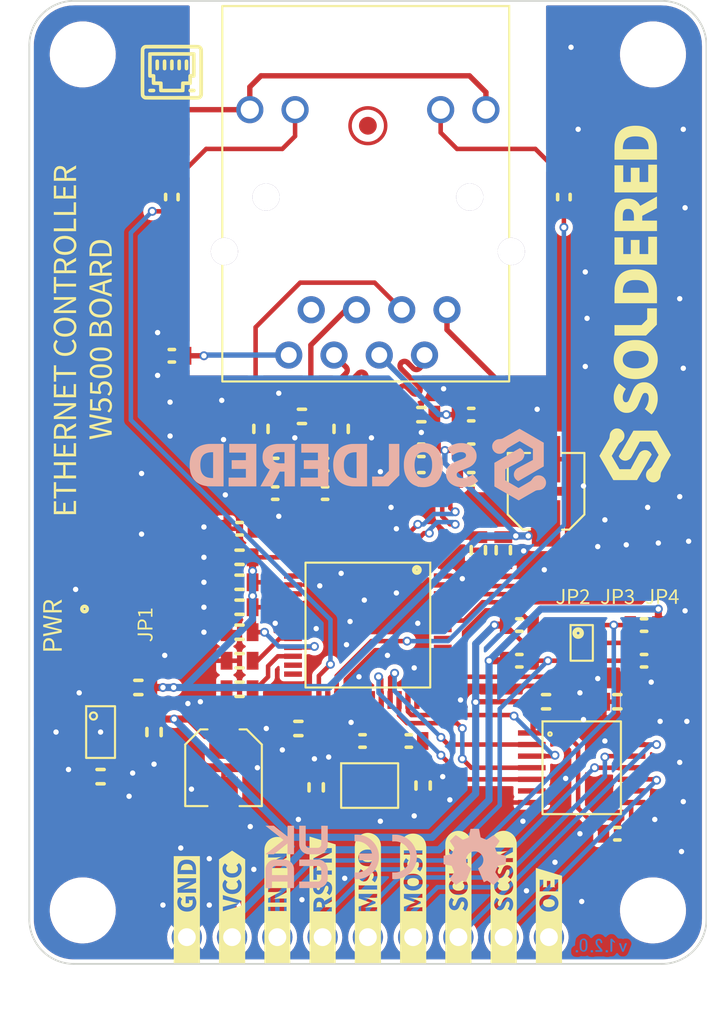
<source format=kicad_pcb>
(kicad_pcb (version 20211014) (generator pcbnew)
  (title_block (title "Ethernet controller W5500 board") (date "2023-03-16") (rev "v1.2.0.") (company "SOLDERED") (comment 1 "333039"))
  (layers (0 "F.Cu" signal) (31 "B.Cu" signal) (34 "B.Paste" user) (35 "F.Paste" user) (36 "B.SilkS" user "B.Silkscreen") (37 "F.SilkS" user "F.Silkscreen") (38 "B.Mask" user) (39 "F.Mask" user) (44 "Edge.Cuts" user))
  (net 0 "")
  (net 1 "3V3_A")
  (net 2 "GND")
  (net 3 "Net-(C7-Pad2)")
  (net 4 "Net-(C11-Pad2)")
  (net 5 "Net-(C12-Pad2)")
  (net 6 "Net-(C13-Pad2)")
  (net 7 "3V3")
  (net 8 "Net-(C16-Pad2)")
  (net 9 "Net-(C17-Pad2)")
  (net 10 "VCC")
  (net 11 "Net-(D1-Pad1)")
  (net 12 "Net-(JP1-Pad2)")
  (net 14 "CGND")
  (net 15 "Net-(K1-Pad10)")
  (net 16 "Net-(K1-Pad11)")
  (net 17 "RSTn_H")
  (net 18 "INTn_H")
  (net 19 "SCSn_H")
  (net 20 "SCLK_H")
  (net 21 "MISO_H")
  (net 22 "MOSI_H")
  (net 23 "Net-(R5-Pad2)")
  (net 24 "LINKLED")
  (net 25 "ACTLED")
  (net 26 "Net-(R14-Pad2)")
  (net 27 "SCSn_L")
  (net 28 "MISO_L")
  (net 29 "INTn_L")
  (net 30 "SCLK_L")
  (net 31 "MOSI_L")
  (net 32 "RSTn_L")
  (net 45 "PMODE2")
  (net 46 "PMODE1")
  (net 47 "PMODE0")
  (net 51 "TX-")
  (net 52 "TX+")
  (net 53 "RX-")
  (net 54 "RX+")
  (net 55 "/RXN")
  (net 56 "/RXP")
  (net 57 "/TXP")
  (net 58 "/TXN")
  (net 59 "Net-(C9-Pad2)")
  (net 60 "Net-(C10-Pad2)")
  (net 63 "OE")
  (footprint "e-radionica.com footprinti:0603R" (layer "F.Cu") (at 127.5 113)
    (fp_text reference "R22")
    (fp_text value "10k")
  )
  (footprint "e-radionica.com footprinti:SMD_JUMPER" (layer "F.Cu") (at 133 108.2 -90)
    (fp_text reference "JP3")
    (fp_text value "SMD_JUMPER")
  )
  (footprint "Soldered Graphics:Logo-Back-OSH-3.5mm" (layer "F.Cu") (at 125 124)
    (fp_text reference "G***" hide)
    (fp_text value "LOGO" hide)
  )
  (footprint "e-radionica.com footprinti:0603C" (layer "F.Cu") (at 111.8 107.2)
    (fp_text reference "C4")
    (fp_text value "100n")
  )
  (footprint "e-radionica.com footprinti:0603R" (layer "F.Cu") (at 122 101.2)
    (fp_text reference "R6")
    (fp_text value "49R9 1%")
  )
  (footprint "e-radionica.com footprinti:0603R" (layer "F.Cu") (at 108 95.9)
    (fp_text reference "R16")
    (fp_text value "0R")
  )
  (footprint "e-radionica.com footprinti:0603R" (layer "F.Cu") (at 127.5 111 180)
    (fp_text reference "R21")
    (fp_text value "10k")
  )
  (footprint "e-radionica.com footprinti:SMD_JUMPER" (layer "F.Cu") (at 130.5 108.2 -90)
    (fp_text reference "JP2")
    (fp_text value "SMD_JUMPER")
  )
  (footprint "e-radionica.com footprinti:HOLE_3.2mm" (layer "F.Cu") (at 103 127)
    (fp_text reference "H1" hide)
    (fp_text value "HOLE_3.2mm" hide)
  )
  (footprint "e-radionica.com footprinti:WIZnet W5500" (layer "F.Cu") (at 119 111 -90)
    (fp_text reference "U1")
    (fp_text value "W5500")
  )
  (footprint "Soldered Graphics:Logo-Front-SolderedFULL-20mm" (layer "F.Cu") (at 134 93 90)
    (fp_text reference "REF**" hide)
    (fp_text value "Logo-Front-SolderedFULL-20mm" hide)
  )
  (footprint "e-radionica.com footprinti:0603C" (layer "F.Cu") (at 117.5 100 -90)
    (fp_text reference "C9")
    (fp_text value "6n8")
  )
  (footprint "e-radionica.com footprinti:0603C" (layer "F.Cu") (at 111.8 113)
    (fp_text reference "C12")
    (fp_text value "4u7")
  )
  (footprint "e-radionica.com footprinti:0603C" (layer "F.Cu") (at 111.8 111.4)
    (fp_text reference "C8")
    (fp_text value "100n")
  )
  (footprint "Soldered Graphics:Logo-Back-CE-3.5mm" (layer "F.Cu") (at 120 124)
    (fp_text reference "REF**" hide)
    (fp_text value "Logo-Back-CE-3.5mm" hide)
  )
  (footprint "e-radionica.com footprinti:0603C" (layer "F.Cu") (at 104 119.5 180)
    (fp_text reference "C18")
    (fp_text value "2u2")
  )
  (footprint "e-radionica.com footprinti:ELECTROLITIC_CAP_4mm" (layer "F.Cu") (at 110.9 119 -90)
    (fp_text reference "C15")
    (fp_text value "EDK106M016A9BAA")
  )
  (footprint "kibuzzard-6412C67E" (layer "F.Cu") (at 106.5 111 90)
    (fp_text reference "kibuzzard-6412C67E" hide)
    (fp_text value "G***" hide)
  )
  (footprint "e-radionica.com footprinti:0603C" (layer "F.Cu") (at 126.6 106.8 90)
    (fp_text reference "C3")
    (fp_text value "100n")
  )
  (footprint "e-radionica.com footprinti:0603C" (layer "F.Cu") (at 111.8 110)
    (fp_text reference "C6")
    (fp_text value "100n")
  )
  (footprint "e-radionica.com footprinti:0603R" (layer "F.Cu") (at 124.8 99.2)
    (fp_text reference "R10")
    (fp_text value "10R 1%")
  )
  (footprint "e-radionica.com footprinti:HOLE_3.2mm" (layer "F.Cu") (at 103 79)
    (fp_text reference "H3" hide)
    (fp_text value "HOLE_3.2mm" hide)
  )
  (footprint "kibuzzard-6412C787" (layer "F.Cu") (at 116.46 126.45 90)
    (fp_text reference "kibuzzard-6412C787" hide)
    (fp_text value "G***" hide)
  )
  (footprint "e-radionica.com footprinti:TXB0104QPWRQ1" (layer "F.Cu") (at 131 119)
    (fp_text reference "U3")
    (fp_text value "TXB0104PWR")
  )
  (footprint "e-radionica.com footprinti:HOLE_3.2mm" (layer "F.Cu") (at 135 127)
    (fp_text reference "H2" hide)
    (fp_text value "HOLE_3.2mm" hide)
  )
  (footprint "e-radionica.com footprinti:0603R" (layer "F.Cu") (at 130 87 -90)
    (fp_text reference "R12")
    (fp_text value "330R")
  )
  (footprint "e-radionica.com footprinti:0603L" (layer "F.Cu") (at 106.1 114.5)
    (fp_text reference "FB1")
    (fp_text value "MMZ1608S601ATA00")
  )
  (footprint "e-radionica.com footprinti:SMD_JUMPER" (layer "F.Cu") (at 135.5 108.2 -90)
    (fp_text reference "JP4")
    (fp_text value "SMD_JUMPER")
  )
  (footprint "e-radionica.com footprinti:0603R" (layer "F.Cu") (at 118.7 117.5)
    (fp_text reference "R14")
    (fp_text value "1M")
  )
  (footprint "e-radionica.com footprinti:0603R" (layer "F.Cu") (at 108 87 -90)
    (fp_text reference "R11")
    (fp_text value "330R")
  )
  (footprint "e-radionica.com footprinti:0603R" (layer "F.Cu") (at 121.3 117.5 180)
    (fp_text reference "R15")
    (fp_text value "0R")
  )
  (footprint "e-radionica.com footprinti:0603C" (layer "F.Cu") (at 111.8 114.6)
    (fp_text reference "C13")
    (fp_text value "10n")
  )
  (footprint "e-radionica.com footprinti:SMD-JUMPER-CONNECTED_TRACE_SLODERMASK" (layer "F.Cu") (at 105.3 111 90)
    (fp_text reference "JP1")
    (fp_text value "SMD-JUMPER-CONNECTED_TRACE_SLODERMASK")
  )
  (footprint "e-radionica.com footprinti:0603C" (layer "F.Cu") (at 122.1 120 90)
    (fp_text reference "C17")
    (fp_text value "18p")
  )
  (footprint "e-radionica.com footprinti:0603C" (layer "F.Cu") (at 116.1 120.1 -90)
    (fp_text reference "C16")
    (fp_text value "18p")
  )
  (footprint "e-radionica.com footprinti:0603R" (layer "F.Cu") (at 116.6 103.6)
    (fp_text reference "R3")
    (fp_text value "33R")
  )
  (footprint "e-radionica.com footprinti:SOT-23-5" (layer "F.Cu") (at 104 117)
    (fp_text reference "U2")
    (fp_text value "SE5218")
  )
  (footprint "kibuzzard-6412C6D5" (layer "F.Cu") (at 130.5 109.4)
    (fp_text reference "kibuzzard-6412C6D5" hide)
    (fp_text value "G***" hide)
  )
  (footprint "Soldered Graphics:Symbol-Front-Ethernet" (layer "F.Cu") (at 108 80)
    (fp_text reference "G***" hide)
    (fp_text value "LOGO" hide)
  )
  (footprint "e-radionica.com footprinti:0603C" (layer "F.Cu") (at 107 117 90)
    (fp_text reference "C19")
    (fp_text value "2u2")
  )
  (footprint "kibuzzard-6412C635" (layer "F.Cu") (at 101.3 111 90)
    (fp_text reference "kibuzzard-6412C635" hide)
    (fp_text value "G***" hide)
  )
  (footprint "e-radionica.com footprinti:0402R" (layer "F.Cu") (at 103.8 111 -90)
    (fp_text reference "R13")
    (fp_text value "2k2")
  )
  (footprint "e-radionica.com footprinti:0603R" (layer "F.Cu") (at 113.8 103.6 180)
    (fp_text reference "R4")
    (fp_text value "33R")
  )
  (footprint "e-radionica.com footprinti:CRYSTAL_3225__4_PAD" (layer "F.Cu") (at 119.1 120)
    (fp_text reference "X1")
    (fp_text value "TSX-3225 25.0000MF10P-C3")
  )
  (footprint "e-radionica.com footprinti:0603C" (layer "F.Cu") (at 133 115.3 180)
    (fp_text reference "C21")
    (fp_text value "100n")
  )
  (footprint "e-radionica.com footprinti:ELECTROLITIC_CAP_4mm" (layer "F.Cu") (at 129 103.5 90)
    (fp_text reference "C1")
    (fp_text value "EDK106M016A9BAA")
  )
  (footprint "kibuzzard-6412C763" (layer "F.Cu") (at 111.38 126.84 90)
    (fp_text reference "kibuzzard-6412C763" hide)
    (fp_text value "G***" hide)
  )
  (footprint "Soldered Graphics:Logo-Back-UKCA-3.5mm" (layer "F.Cu") (at 115 124)
    (fp_text reference "REF**" hide)
    (fp_text value "Logo-Back-UKCA-3.5mm" hide)
  )
  (footprint "e-radionica.com footprinti:0603C" (layer "F.Cu") (at 113 100 -90)
    (fp_text reference "C10")
    (fp_text value "6n8")
  )
  (footprint "kibuzzard-6412C7B1" (layer "F.Cu") (at 121.54 126.36 90)
    (fp_text reference "kibuzzard-6412C7B1" hide)
    (fp_text value "G***" hide)
  )
  (footprint "e-radionica.com footprinti:0603R" (layer "F.Cu") (at 122 102.8 180)
    (fp_text reference "R1")
    (fp_text value "33R")
  )
  (footprint "e-radionica.com footprinti:0603R" (layer "F.Cu") (at 124.8 101.2 180)
    (fp_text reference "R8")
    (fp_text value "49R9 1%")
  )
  (footprint "e-radionica.com footprinti:0603C" (layer "F.Cu") (at 125.2 106.8 90)
    (fp_text reference "C2")
    (fp_text value "100n")
  )
  (footprint "e-radionica.com footprinti:0603R" (layer "F.Cu") (at 124.8 102.8)
    (fp_text reference "R2")
    (fp_text value "33R")
  )
  (footprint "e-radionica.com footprinti:0603R" (layer "F.Cu") (at 133 122.7)
    (fp_text reference "R17")
    (fp_text value "10k")
  )
  (footprint "e-radionica.com footprinti:0603R" (layer "F.Cu") (at 134.5 111)
    (fp_text reference "R27")
    (fp_text value "10k")
  )
  (footprint "e-radionica.com footprinti:0603R" (layer "F.Cu") (at 116.6 102)
    (fp_text reference "R9")
    (fp_text value "49R9 1%")
  )
  (footprint "kibuzzard-6412C5EF" (layer "F.Cu") (at 102 95 90)
    (fp_text reference "kibuzzard-6412C5EF" hide)
    (fp_text value "G***" hide)
  )
  (footprint "kibuzzard-6412C7D4" (layer "F.Cu") (at 124.08 126.28 90)
    (fp_text reference "kibuzzard-6412C7D4" hide)
    (fp_text value "G***" hide)
  )
  (footprint "Soldered Graphics:Logo-Back-SolderedFULL-20mm" (layer "F.Cu") (at 119 102)
    (fp_text reference "REF**" hide)
    (fp_text value "Logo-Front-SolderedFULL-20mm" hide)
  )
  (footprint "kibuzzard-6412C76F" (layer "F.Cu") (at 113.92 126.45 90)
    (fp_text reference "kibuzzard-6412C76F" hide)
    (fp_text value "G***" hide)
  )
  (footprint "kibuzzard-6412C805" (layer "F.Cu") (at 129.16 127.33 90)
    (fp_text reference "kibuzzard-6412C805" hide)
    (fp_text value "G***" hide)
  )
  (footprint "e-radionica.com footprinti:0603R" (layer "F.Cu") (at 113.8 102 180)
    (fp_text reference "R7")
    (fp_text value "49R9 1%")
  )
  (footprint "kibuzzard-6412C628" (layer "F.Cu") (at 104 95 90)
    (fp_text reference "kibuzzard-6412C628" hide)
    (fp_text value "G***" hide)
  )
  (footprint "e-radionica.com footprinti:HEADER_MALE_9X1" (layer "F.Cu") (at 119 128.5)
    (fp_text reference "K2")
    (fp_text value "HEADER_MALE_9X1")
  )
  (footprint "e-radionica.com footprinti:FIDUCIAL_23" (layer "F.Cu") (at 119 83)
    (fp_text reference "FD1")
    (fp_text value "FIDUCIAL")
  )
  (footprint "e-radionica.com footprinti:0603R" (layer "F.Cu") (at 111.8 105.6)
    (fp_text reference "R5")
    (fp_text value "12k4_1%")
  )
  (footprint "kibuzzard-6412C73A" (layer "F.Cu") (at 108.84 127 90)
    (fp_text reference "kibuzzard-6412C73A" hide)
    (fp_text value "G***" hide)
  )
  (footprint "e-radionica.com footprinti:0603C" (layer "F.Cu") (at 115.1 116.8)
    (fp_text reference "C14")
    (fp_text value "100n")
  )
  (footprint "kibuzzard-6412C7E6" (layer "F.Cu") (at 126.62 126.28 90)
    (fp_text reference "kibuzzard-6412C7E6" hide)
    (fp_text value "G***" hide)
  )
  (footprint "e-radionica.com footprinti:HR913550A" (layer "F.Cu") (at 119 87)
    (fp_text reference "K1")
    (fp_text value "HR_913550A")
  )
  (footprint "e-radionica.com footprinti:0402LED" (layer "F.Cu") (at 102.5 111 90)
    (fp_text reference "D1")
    (fp_text value "purple")
  )
  (footprint "e-radionica.com footprinti:SOT-363" (layer "F.Cu") (at 131 112)
    (fp_text reference "U5")
    (fp_text value "NMOS-DUAL")
  )
  (footprint "e-radionica.com footprinti:0603C" (layer "F.Cu") (at 129 115.3 180)
    (fp_text reference "C20")
    (fp_text value "100n")
  )
  (footprint "e-radionica.com footprinti:0603C" (layer "F.Cu") (at 111.8 108.6)
    (fp_text reference "C5")
    (fp_text value "100n")
  )
  (footprint "e-radionica.com footprinti:0603C" (layer "F.Cu") (at 115.3 99.3)
    (fp_text reference "C7")
    (fp_text value "10n")
  )
  (footprint "kibuzzard-6412C6F8" (layer "F.Cu") (at 133 109.4)
    (fp_text reference "kibuzzard-6412C6F8" hide)
    (fp_text value "G***" hide)
  )
  (footprint "kibuzzard-6412C79E" (layer "F.Cu") (at 119 126.34 90)
    (fp_text reference "kibuzzard-6412C79E" hide)
    (fp_text value "G***" hide)
  )
  (footprint "e-radionica.com footprinti:HOLE_3.2mm" (layer "F.Cu") (at 135 79)
    (fp_text reference "H4" hide)
    (fp_text value "HOLE_3.2mm" hide)
  )
  (footprint "kibuzzard-6412C713" (layer "F.Cu") (at 135.5 109.4)
    (fp_text reference "kibuzzard-6412C713" hide)
    (fp_text value "G***" hide)
  )
  (footprint "e-radionica.com footprinti:0603C" (layer "F.Cu") (at 122 99.2)
    (fp_text reference "C11")
    (fp_text value "22n")
  )
  (footprint "e-radionica.com footprinti:0603R" (layer "F.Cu") (at 134.5 113 180)
    (fp_text reference "R28")
    (fp_text value "10k")
  )
  (footprint "Soldered Graphics:Version1.2.0" (layer "B.Cu") (at 132.04 128.99 180)
    (fp_text reference "REF**" hide)
    (fp_text value "Version1.2.0" hide)
  )
  (gr_line (start 102.5 76) (end 135.5 76) (layer "Edge.Cuts") (width 0.1))
  (gr_arc (start 138 127.5) (mid 137.267767 129.267767) (end 135.5 130) (layer "Edge.Cuts") (width 0.1))
  (gr_arc (start 135.5 76) (mid 137.267767 76.732233) (end 138 78.5) (layer "Edge.Cuts") (width 0.1))
  (gr_line (start 100 127.5) (end 100 78.5) (layer "Edge.Cuts") (width 0.1))
  (gr_line (start 138 78.5) (end 138 127.5) (layer "Edge.Cuts") (width 0.1))
  (gr_arc (start 100 78.5) (mid 100.732233 76.732233) (end 102.5 76) (layer "Edge.Cuts") (width 0.1))
  (gr_line (start 135.5 130) (end 102.5 130) (layer "Edge.Cuts") (width 0.1))
  (gr_arc (start 102.5 130) (mid 100.732233 129.267767) (end 100 127.5) (layer "Edge.Cuts") (width 0.1))
  (segment (start 106.85 114.5) (end 107.5 114.5) (width 0.4) (layer "F.Cu") (net 1))
  (segment (start 124.03 106.07) (end 125.2 106.07) (width 0.3) (layer "F.Cu") (net 1))
  (segment (start 115 110.25) (end 113.45 110.25) (width 0.254) (layer "F.Cu") (net 1))
  (segment (start 113.2 111.4) (end 112.53 111.4) (width 0.254) (layer "F.Cu") (net 1))
  (segment (start 116.013022 108) (end 115.213022 107.2) (width 0.254) (layer "F.Cu") (net 1))
  (segment (start 118.25 108.05) (end 118.5 108.3) (width 0.254) (layer "F.Cu") (net 1))
  (segment (start 112.53 107.97) (end 112.53 109.37) (width 0.4) (layer "F.Cu") (net 1))
  (segment (start 128 106) (end 128.7 105.3) (width 0.4) (layer "F.Cu") (net 1))
  (segment (start 113.45 110.25) (end 113.2 110) (width 0.254) (layer "F.Cu") (net 1))
  (segment (start 120.25 107) (end 120.25 107.85) (width 0.254) (layer "F.Cu") (net 1))
  (segment (start 115.213022 107.2) (end 112.53 107.2) (width 0.254) (layer "F.Cu") (net 1))
  (segment (start 126.6 106.07) (end 125.2 106.07) (width 0.4) (layer "F.Cu") (net 1))
  (segment (start 115.95 112.25) (end 116 112.2) (width 0.254) (layer "F.Cu") (net 1))
  (segment (start 108.1 114.5) (end 107.5 114.5) (width 0.4) (layer "F.Cu") (net 1))
  (segment (start 114.15 109.25) (end 113.5 108.6) (width 0.254) (layer "F.Cu") (net 1))
  (segment (start 116.6 108) (end 116.013022 108) (width 0.254) (layer "F.Cu") (net 1))
  (segment (start 115 112.25) (end 115.95 112.25) (width 0.254) (layer "F.Cu") (net 1))
  (segment (start 124.025 101.075) (end 125 100.1) (width 0.3) (layer "F.Cu") (net 1))
  (segment (start 112.53 109.37) (end 112.53 111.4) (width 0.4) (layer "F.Cu") (net 1))
  (segment (start 112.53 107.2) (end 112.53 107.97) (width 0.4) (layer "F.Cu") (net 1))
  (segment (start 113.2 110) (end 112.53 110) (width 0.254) (layer "F.Cu") (net 1))
  (segment (start 118.25 107) (end 118.25 108.05) (width 0.254) (layer "F.Cu") (net 1))
  (segment (start 113.5 108.6) (end 112.53 108.6) (width 0.254) (layer "F.Cu") (net 1))
  (segment (start 128 106) (end 127.3 106) (width 0.4) (layer "F.Cu") (net 1))
  (segment (start 120.25 107.85) (end 120.7 108.3) (width 0.254) (layer "F.Cu") (net 1))
  (segment (start 116.75 107.85) (end 116.6 108) (width 0.254) (layer "F.Cu") (net 1))
  (segment (start 127.3 106) (end 126.67 106) (width 0.4) (layer "F.Cu") (net 1))
  (segment (start 116.75 107) (end 116.75 107.85) (width 0.254) (layer "F.Cu") (net 1))
  (segment (start 121.8 108.3) (end 124.03 106.07) (width 0.3) (layer "F.Cu") (net 1))
  (segment (start 125 100.1) (end 125.575 99.525) (width 0.3) (layer "F.Cu") (net 1))
  (segment (start 124.025 101.2) (end 124.025 101.075) (width 0.3) (layer "F.Cu") (net 1))
  (segment (start 115 109.25) (end 114.15 109.25) (width 0.254) (layer "F.Cu") (net 1))
  (segment (start 125.575 99.525) (end 125.575 99.2) (width 0.3) (layer "F.Cu") (net 1))
  (segment (start 126.67 106) (end 126.6 106.07) (width 0.4) (layer "F.Cu") (net 1))
  (segment (start 118.5 108.3) (end 121.8 108.3) (width 0.3) (layer "F.Cu") (net 1))
  (segment (start 122.775 101.2) (end 124.025 101.2) (width 0.3) (layer "F.Cu") (net 1))
  (via (at 112.53 109.37) (size 0.5) (drill 0.3) (layers "F.Cu" "B.Cu") (net 1))
  (via (at 128 106) (size 0.5) (drill 0.3) (layers "F.Cu" "B.Cu") (net 1))
  (via (at 113.2 111.4) (size 0.5) (drill 0.3) (layers "F.Cu" "B.Cu") (net 1))
  (via (at 116 112.2) (size 0.5) (drill 0.3) (layers "F.Cu" "B.Cu") (net 1))
  (via (at 108.1 114.5) (size 0.5) (drill 0.3) (layers "F.Cu" "B.Cu") (net 1))
  (via (at 127.3 106) (size 0.5) (drill 0.3) (layers "F.Cu" "B.Cu") (net 1))
  (via (at 107.5 114.5) (size 0.5) (drill 0.3) (layers "F.Cu" "B.Cu") (net 1))
  (via (at 112.53 107.97) (size 0.5) (drill 0.3) (layers "F.Cu" "B.Cu") (net 1))
  (via (at 123.32 101.21) (size 0.5) (drill 0.3) (layers "F.Cu" "B.Cu") (net 1))
  (segment (start 116.8 114.5) (end 108.7 114.5) (width 0.4) (layer "B.Cu") (net 1))
  (segment (start 114 112.2) (end 113.2 111.4) (width 0.254) (layer "B.Cu") (net 1))
  (segment (start 125.3 106) (end 116.8 114.5) (width 0.4) (layer "B.Cu") (net 1))
  (segment (start 112.53 109.37) (end 112.53 107.97) (width 0.4) (layer "B.Cu") (net 1))
  (segment (start 127.3 105.9) (end 127.3 106) (width 0.3) (layer "B.Cu") (net 1))
  (segment (start 108.7 114.5) (end 112.53 110.67) (width 0.4) (layer "B.Cu") (net 1))
  (segment (start 116 112.2) (end 114 112.2) (width 0.254) (layer "B.Cu") (net 1))
  (segment (start 128 106) (end 125.3 106) (width 0.4) (layer "B.Cu") (net 1))
  (segment (start 112.53 110.67) (end 112.53 109.37) (width 0.4) (layer "B.Cu") (net 1))
  (segment (start 123.32 101.21) (end 123.32 101.92) (width 0.3) (layer "B.Cu") (net 1))
  (segment (start 107.5 114.5) (end 108.1 114.5) (width 0.4) (layer "B.Cu") (net 1))
  (segment (start 123.32 101.92) (end 127.3 105.9) (width 0.3) (layer "B.Cu") (net 1))
  (segment (start 108.1 114.5) (end 108.7 114.5) (width 0.4) (layer "B.Cu") (net 1))
  (via (at 133.5 106.5) (size 0.5) (drill 0.3) (layers "F.Cu" "B.Cu") (net 2))
  (via (at 123.2 119.5) (size 0.5) (drill 0.3) (layers "F.Cu" "B.Cu") (net 2))
  (via (at 107.6 112.7) (size 0.5) (drill 0.3) (layers "F.Cu" "B.Cu") (net 2))
  (via (at 135.3 106.4) (size 0.5) (drill 0.3) (layers "F.Cu" "B.Cu") (net 2))
  (via (at 118.5 113.9) (size 0.5) (drill 0.3) (layers "F.Cu" "B.Cu") (net 2))
  (via (at 130.4 78.6) (size 0.5) (drill 0.3) (layers "F.Cu" "B.Cu") (net 2))
  (via (at 120.3 104.4) (size 0.5) (drill 0.3) (layers "F.Cu" "B.Cu") (net 2))
  (via (at 102.6 109) (size 0.5) (drill 0.3) (layers "F.Cu" "B.Cu") (net 2))
  (via (at 120.6 105.6) (size 0.5) (drill 0.3) (layers "F.Cu" "B.Cu") (net 2))
  (via (at 123.6 120.8) (size 0.5) (drill 0.3) (layers "F.Cu" "B.Cu") (net 2))
  (via (at 131.9 106.6) (size 0.5) (drill 0.3) (layers "F.Cu" "B.Cu") (net 2))
  (via (at 130.9 114.8) (size 0.5) (drill 0.3) (layers "F.Cu" "B.Cu") (net 2))
  (via (at 118.8 109.6) (size 0.5) (drill 0.3) (layers "F.Cu" "B.Cu") (net 2))
  (via (at 112.8 119) (size 0.5) (drill 0.3) (layers "F.Cu" "B.Cu") (net 2))
  (via (at 131.2 96.5) (size 0.5) (drill 0.3) (layers "F.Cu" "B.Cu") (net 2))
  (via (at 134.9 114.2) (size 0.5) (drill 0.3) (layers "F.Cu" "B.Cu") (net 2))
  (via (at 131.1 103.2) (size 0.5) (drill 0.3) (layers "F.Cu" "B.Cu") (net 2))
  (via (at 114 98) (size 0.5) (drill 0.3) (layers "F.Cu" "B.Cu") (net 2))
  (via (at 128.5 98.9) (size 0.5) (drill 0.3) (layers "F.Cu" "B.Cu") (net 2))
  (via (at 109.8 105.5) (size 0.5) (drill 0.3) (layers "F.Cu" "B.Cu") (net 2))
  (via (at 121.6 121.7) (size 0.5) (drill 0.3) (layers "F.Cu" "B.Cu") (net 2))
  (via (at 130.1 119.6) (size 0.5) (drill 0.3) (layers "F.Cu" "B.Cu") (net 2))
  (via (at 130.9 122.7) (size 0.5) (drill 0.3) (layers "F.Cu" "B.Cu") (net 2))
  (via (at 121.8 110.9) (size 0.5) (drill 0.3) (layers "F.Cu" "B.Cu") (net 2))
  (via (at 136.8 87.6) (size 0.5) (drill 0.3) (layers "F.Cu" "B.Cu") (net 2))
  (via (at 110.1 124.1) (size 0.5) (drill 0.3) (layers "F.Cu" "B.Cu") (net 2))
  (via (at 112.6 124.7) (size 0.5) (drill 0.3) (layers "F.Cu" "B.Cu") (net 2))
  (via (at 108.5 123.5) (size 0.5) (drill 0.3) (layers "F.Cu" "B.Cu") (net 2))
  (via (at 134.7 104.4) (size 0.5) (drill 0.3) (layers "F.Cu" "B.Cu") (net 2))
  (via (at 106.3 102.5) (size 0.5) (drill 0.3) (layers "F.Cu" "B.Cu") (net 2))
  (via (at 105.6 120.6) (size 0.5) (drill 0.3) (layers "F.Cu" "B.Cu") (net 2))
  (via (at 111 103.7) (size 0.5) (drill 0.3) (layers "F.Cu" "B.Cu") (net 2))
  (via (at 117.8 112.1) (size 0.5) (drill 0.3) (layers "F.Cu" "B.Cu") (net 2))
  (via (at 136.5 103.8) (size 0.5) (drill 0.3) (layers "F.Cu" "B.Cu") (net 2))
  (via (at 119.7 102.4) (size 0.5) (drill 0.3) (layers "F.Cu" "B.Cu") (net 2))
  (via (at 109.1 120.2) (size 0.5) (drill 0.3) (layers "F.Cu" "B.Cu") (net 2))
  (via (at 131.9 114) (size 0.5) (drill 0.3) (layers "F.Cu" "B.Cu") (net 2))
  (via (at 116 118.5) (size 0.5) (drill 0.3) (layers "F.Cu" "B.Cu") (net 2))
  (via (at 131.1 116.3) (size 0.5) (drill 0.3) (layers "F.Cu" "B.Cu") (net 2))
  (via (at 121.6 113.4) (size 0.5) (drill 0.3) (layers "F.Cu" "B.Cu") (net 2))
  (via (at 132.3 117.5) (size 0.5) (drill 0.3) (layers "F.Cu" "B.Cu") (net 2))
  (via (at 136.7 83.2) (size 0.5) (drill 0.3) (layers "F.Cu" "B.Cu") (net 2))
  (via (at 136.7 96.6) (size 0.5) (drill 0.3) (layers "F.Cu" "B.Cu") (net 2))
  (via (at 120.6 109.2) (size 0.5) (drill 0.3) (layers "F.Cu" "B.Cu") (net 2))
  (via (at 119.7 122) (size 0.5) (drill 0.3) (layers "F.Cu" "B.Cu") (net 2))
  (via (at 137 106.3) (size 0.5) (drill 0.3) (layers "F.Cu" "B.Cu") (net 2))
  (via (at 104 117) (size 0.5) (drill 0.3) (layers "F.Cu" "B.Cu") (net 2))
  (via (at 136.5 92.7) (size 0.5) (drill 0.3) (layers "F.Cu" "B.Cu") (net 2))
  (via (at 115.3 126.4) (size 0.5) (drill 0.3) (layers "F.Cu" "B.Cu") (net 2))
  (via (at 109.8 108.6) (size 0.5) (drill 0.3) (layers "F.Cu" "B.Cu") (net 2))
  (via (at 113.8 110.9) (size 0.5) (drill 0.3) (layers "F.Cu" "B.Cu") (net 2))
  (via (at 109.8 110) (size 0.5) (drill 0.3) (layers "F.Cu" "B.Cu") (net 2))
  (via (at 116.8 118.4) (size 0.5) (drill 0.3) (layers "F.Cu" "B.Cu") (net 2))
  (via (at 127.9 125.9) (size 0.5) (drill 0.3) (layers "F.Cu" "B.Cu") (net 2))
  (via (at 107.2 97) (size 0.5) (drill 0.3) (layers "F.Cu" "B.Cu") (net 2))
  (via (at 109.8 111.4) (size 0.5) (drill 0.3) (layers "F.Cu" "B.Cu") (net 2))
  (via (at 124.3 108.4) (size 0.5) (drill 0.3) (layers "F.Cu" "B.Cu") (net 2))
  (via (at 114.2 118) (size 0.5) (drill 0.3) (layers "F.Cu" "B.Cu") (net 2))
  (via (at 107.2 94.6) (size 0.5) (drill 0.3) (layers "F.Cu" "B.Cu") (net 2))
  (via (at 102.2 119.1) (size 0.5) (drill 0.3) (layers "F.Cu" "B.Cu") (net 2))
  (via (at 107.9 100.4) (size 0.5) (drill 0.3) (layers "F.Cu" "B.Cu") (net 2))
  (via (at 101.5 117) (size 0.5) (drill 0.3) (layers "F.Cu" "B.Cu") (net 2))
  (via (at 107.5 126.7) (size 0.5) (drill 0.3) (layers "F.Cu" "B.Cu") (net 2))
  (via (at 114.9 100.5) (size 0.5) (drill 0.3) (layers "F.Cu" "B.Cu") (net 2))
  (via (at 105.8 119.3) (size 0.5) (drill 0.3) (layers "F.Cu" "B.Cu") (net 2))
  (via (at 132.3 105.1) (size 0.5) (drill 0.3) (layers "F.Cu" "B.Cu") (net 2))
  (via (at 136.5 118.7) (size 0.5) (drill 0.3) (layers "F.Cu" "B.Cu") (net 2))
  (via (at 131.2 91.2) (size 0.5) (drill 0.3) (layers "F.Cu" "B.Cu") (net 2))
  (via (at 109.6 115.3) (size 0.5) (drill 0.3) (layers "F.Cu" "B.Cu") (net 2))
  (via (at 102.8 114.8) (size 0.5) (drill 0.3) (layers "F.Cu" "B.Cu") (net 2))
  (via (at 129.5 124.3) (size 0.5) (drill 0.3) (layers "F.Cu" "B.Cu") (net 2))
  (via (at 118.057648 116.457648) (size 0.5) (drill 0.3) (layers "F.Cu" "B.Cu") (net 2))
  (via (at 110.1 126.7) (size 0.5) (drill 0.3) (layers "F.Cu" "B.Cu") (net 2))
  (via (at 107.9 98.5) (size 0.5) (drill 0.3) (layers "F.Cu" "B.Cu") (net 2))
  (via (at 116.3 108.8) (size 0.5) (drill 0.3) (layers "F.Cu" "B.Cu") (net 2))
  (via (at 123.25 97.75) (size 0.5) (drill 0.3) (layers "F.Cu" "B.Cu") (net 2))
  (via (at 127.742352 106.842352) (size 0.5) (drill 0.3) (layers "F.Cu" "B.Cu") (net 2))
  (via (at 136.7 120.9) (size 0.5) (drill 0.3) (layers "F.Cu" "B.Cu") (net 2))
  (via (at 115.1 121.9) (size 0.5) (drill 0.3) (layers "F.Cu" "B.Cu") (net 2))
  (via (at 120.1 112.7) (size 0.5) (drill 0.3) (layers "F.Cu" "B.Cu") (net 2))
  (via (at 130.8 83.2) (size 0.5) (drill 0.3) (layers "F.Cu" "B.Cu") (net 2))
  (via (at 119.2 100.5) (size 0.5) (drill 0.3) (layers "F.Cu" "B.Cu") (net 2))
  (via (at 136.6 123.7) (size 0.5) (drill 0.3) (layers "F.Cu" "B.Cu") (net 2))
  (via (at 110.8 98.4) (size 0.5) (drill 0.3) (layers "F.Cu" "B.Cu") (net 2))
  (via (at 112.4 122.3) (size 0.5) (drill 0.3) (layers "F.Cu" "B.Cu") (net 2))
  (via (at 128.9 107.9) (size 0.5) (drill 0.3) (layers "F.Cu" "B.Cu") (net 2))
  (via (at 135.4 116.4) (size 0.5) (drill 0.3) (layers "F.Cu" "B.Cu") (net 2))
  (via (at 106.3 105.9) (size 0.5) (drill 0.3) (layers "F.Cu" "B.Cu") (net 2))
  (via (at 108.9 115.4) (size 0.5) (drill 0.3) (layers "F.Cu" "B.Cu") (net 2))
  (via (at 116.1 111.2) (size 0.5) (drill 0.3) (layers "F.Cu" "B.Cu") (net 2))
  (via (at 114 104.9) (size 0.5) (drill 0.3) (layers "F.Cu" "B.Cu") (net 2))
  (via (at 113.3 116.8) (size 0.5) (drill 0.3) (layers "F.Cu" "B.Cu") (net 2))
  (via (at 110.9 100.6) (size 0.5) (drill 0.3) (layers "F.Cu" "B.Cu") (net 2))
  (via (at 122 100.2) (size 0.5) (drill 0.3) (layers "F.Cu" "B.Cu") (net 2))
  (via (at 124.2 115.2) (size 0.5) (drill 0.3) (layers "F.Cu" "B.Cu") (net 2))
  (via (at 136.8 110.2) (size 0.5) (drill 0.3) (layers "F.Cu" "B.Cu") (net 2))
  (via (at 109.8 107.2) (size 0.5) (drill 0.3) (layers "F.Cu" "B.Cu") (net 2))
  (via (at 131 126.5) (size 0.5) (drill 0.3) (layers "F.Cu" "B.Cu") (net 2))
  (via (at 107 118.8) (size 0.5) (drill 0.3) (layers "F.Cu" "B.Cu") (net 2))
  (via (at 118 110.8) (size 0.5) (drill 0.3) (layers "F.Cu" "B.Cu") (net 2))
  (via (at 127.7 122) (size 0.5) (drill 0.3) (layers "F.Cu" "B.Cu") (net 2))
  (via (at 136.9 116.4) (size 0.5) (drill 0.3) (layers "F.Cu" "B.Cu") (net 2))
  (via (at 117.7 125.2) (size 0.5) (drill 0.3) (layers "F.Cu" "B.Cu") (net 2))
  (via (at 135.1 121.9) (size 0.5) (drill 0.3) (layers "F.Cu" "B.Cu") (net 2))
  (via (at 117.5 108.1) (size 0.5) (drill 0.3) (layers "F.Cu" "B.Cu") (net 2))
  (via (at 131.3 93.8) (size 0.5) (drill 0.3) (layers "F.Cu" "B.Cu") (net 2))
  (segment (start 118.36 93.32) (end 117.78 93.32) (width 0.3) (layer "F.Cu") (net 3))
  (segment (start 115.8 95.3) (end 115.8 97.9) (width 0.3) (layer "F.Cu") (net 3))
  (segment (start 116.03 100.67) (end 116.03 99.3) (width 0.3) (layer "F.Cu") (net 3))
  (segment (start 114.575 102) (end 115.825 102) (width 0.3) (layer "F.Cu") (net 3))
  (segment (start 115.8 97.9) (end 116.03 98.13) (width 0.3) (layer "F.Cu") (net 3))
  (segment (start 117.78 93.32) (end 115.8 95.3) (width 0.3) (layer "F.Cu") (net 3))
  (segment (start 116.03 98.13) (end 116.03 99.3) (width 0.3) (layer "F.Cu") (net 3))
  (segment (start 115.825 100.875) (end 116.03 100.67) (width 0.3) (layer "F.Cu") (net 3))
  (segment (start 115.825 102) (end 115.825 100.875) (width 0.3) (layer "F.Cu") (net 3))
  (segment (start 124.025 99.2) (end 123.4 99.2) (width 0.3) (layer "F.Cu") (net 4))
  (segment (start 123.4 99.2) (end 122.73 99.2) (width 0.3) (layer "F.Cu") (net 4))
  (via (at 123.4 99.2) (size 0.5) (drill 0.3) (layers "F.Cu" "B.Cu") (net 4))
  (segment (start 122.98 99.2) (end 123.4 99.2) (width 0.3) (layer "B.Cu") (net 4))
  (segment (start 119.64 95.86) (end 122.98 99.2) (width 0.3) (layer "B.Cu") (net 4))
  (segment (start 114.05 111.75) (end 112.8 113) (width 0.254) (layer "F.Cu") (net 5))
  (segment (start 115 111.75) (end 114.05 111.75) (width 0.254) (layer "F.Cu") (net 5))
  (segment (start 112.8 113) (end 112.53 113) (width 0.254) (layer "F.Cu") (net 5))
  (segment (start 113.95 112.75) (end 113.4 113.3) (width 0.254) (layer "F.Cu") (net 6))
  (segment (start 113.4 113.3) (end 113.4 113.9) (width 0.254) (layer "F.Cu") (net 6))
  (segment (start 113.4 113.9) (end 112.7 114.6) (width 0.254) (layer "F.Cu") (net 6))
  (segment (start 112.7 114.6) (end 112.53 114.6) (width 0.254) (layer "F.Cu") (net 6))
  (segment (start 114.8 112.75) (end 113.95 112.75) (width 0.254) (layer "F.Cu") (net 6))
  (segment (start 112.4 115.7) (end 115.4 115.7) (width 0.4) (layer "F.Cu") (net 7))
  (segment (start 105.3 116.05) (end 105.3 114.59) (width 0.4) (layer "F.Cu") (net 7))
  (segment (start 131.92 112) (end 134.6 112) (width 0.254) (layer "F.Cu") (net 7))
  (segment (start 115.83 116.13) (end 115.83 116.8) (width 0.4) (layer "F.Cu") (net 7))
  (segment (start 103.9 86.9) (end 108.7 82.1) (width 0.3) (layer "F.Cu") (net 7))
  (segment (start 110.9 117.2) (end 112.4 115.7) (width 0.4) (layer "F.Cu") (net 7))
  (segment (start 134.6 112) (end 135.275 112.675) (width 0.254) (layer "F.Cu") (net 7))
  (segment (start 130.8 121.275) (end 130.8 117.8) (width 0.254) (layer "F.Cu") (net 7))
  (segment (start 108.97 116.27) (end 107 116.27) (width 0.4) (layer "F.Cu") (net 7))
  (segment (start 106.78 116.05) (end 107 116.27) (width 0.4) (layer "F.Cu") (net 7))
  (segment (start 130.05 117.05) (end 128.2 117.05) (width 0.254) (layer "F.Cu") (net 7))
  (segment (start 115.4 115.7) (end 115.83 116.13) (width 0.4) (layer "F.Cu") (net 7))
  (segment (start 117.75 115) (end 117.75 115.85) (width 0.254) (layer "F.Cu") (net 7))
  (segment (start 113 80.2) (end 112.375 80.825) (width 0.3) (layer "F.Cu") (net 7))
  (segment (start 109.9 117.2) (end 108.97 116.27) (width 0.4) (layer "F.Cu") (net 7))
  (segment (start 105.3 111.35) (end 105.39 111.44) (width 0.3) (layer "F.Cu") (net 7))
  (segment (start 135.275 112.675) (end 135.275 113) (width 0.254) (layer "F.Cu") (net 7))
  (segment (start 107 111.4) (end 107 108.6) (width 0.3) (layer "F.Cu") (net 7))
  (segment (start 105.39 111.44) (end 105.39 113.01) (width 0.3) (layer "F.Cu") (net 7))
  (segment (start 110.9 117.2) (end 109.9 117.2) (width 0.4) (layer "F.Cu") (net 7))
  (segment (start 130.08 112) (end 127.725 112) (width 0.254) (layer "F.Cu") (net 7))
  (segment (start 126.1 111) (end 126.725 111) (width 0.4) (layer "F.Cu") (net 7))
  (segment (start 105.3 114.59) (end 105.39 114.5) (width 0.4) (layer "F.Cu") (net 7))
  (segment (start 107 108.6) (end 103.9 105.5) (width 0.3) (layer "F.Cu") (net 7))
  (segment (start 125.073011 115.3) (end 128.27 115.3) (width 0.3) (layer "F.Cu") (net 7))
  (segment (start 128.27 115.3) (end 128.27 116.98) (width 0.3) (layer "F.Cu") (net 7))
  (segment (start 103.9 105.5) (end 103.9 86.9) (width 0.3) (layer "F.Cu") (net 7))
  (segment (start 131.92 112) (end 130.08 112) (width 0.254) (layer "F.Cu") (net 7))
  (segment (start 112.375 80.825) (end 112.375 82.1) (width 0.3) (layer "F.Cu") (net 7))
  (segment (start 124.7 80.2) (end 113 80.2) (width 0.3) (layer "F.Cu") (net 7))
  (segment (start 105.3 116.05) (end 106.78 116.05) (width 0.4) (layer "F.Cu") (net 7))
  (segment (start 128.27 116.98) (end 128.2 117.05) (width 0.3) (layer "F.Cu") (net 7))
  (segment (start 125.625 81.125) (end 124.7 80.2) (width 0.3) (layer "F.Cu") (net 7))
  (segment (start 130.8 117.8) (end 130.05 117.05) (width 0.254) (layer "F.Cu") (net 7))
  (segment (start 127.725 112) (end 126.725 111) (width 0.254) (layer "F.Cu") (net 7))
  (segment (start 108.7 82.1) (end 112.375 82.1) (width 0.3) (layer "F.Cu") (net 7))
  (segment (start 132.225 122.7) (end 130.8 121.275) (width 0.254) (layer "F.Cu") (net 7))
  (segment (start 105.39 113.01) (end 105.39 114.5) (width 0.3) (layer "F.Cu") (net 7))
  (segment (start 105.39 113.01) (end 107 111.4) (width 0.3) (layer "F.Cu") (net 7))
  (segment (start 117.75 115.85) (end 116.8 116.8) (width 0.254) (layer "F.Cu") (net 7))
  (segment (start 125.625 82.1) (end 125.625 81.125) (width 0.3) (layer "F.Cu") (net 7))
  (segment (start 125.049511 115.3235) (end 125.073011 115.3) (width 0.3) (layer "F.Cu") (net 7))
  (segment (start 116.8 116.8) (end 115.83 116.8) (width 0.254) (layer "F.Cu") (net 7))
  (via (at 125.049511 115.3235) (size 0.5) (drill 0.3) (layers "F.Cu" "B.Cu") (net 7))
  (via (at 126.1 111) (size 0.5) (drill 0.3) (layers "F.Cu" "B.Cu") (net 7))
  (via (at 108.13 116.27) (size 0.5) (drill 0.3) (layers "F.Cu" "B.Cu") (net 7))
  (segment (start 125.049511 115.3235) (end 125.049511 112.050489) (width 0.4) (layer "B.Cu") (net 7))
  (segment (start 125.049511 115.3235) (end 125.049511 120.450489) (width 0.4) (layer "B.Cu") (net 7))
  (segment (start 125.049511 112.050489) (end 126.1 111) (width 0.4) (layer "B.Cu") (net 7))
  (segment (start 114.76 122.9) (end 108.13 116.27) (width 0.4) (layer "B.Cu") (net 7))
  (segment (start 122.6 122.9) (end 114.76 122.9) (width 0.4) (layer "B.Cu") (net 7))
  (segment (start 125.049511 120.450489) (end 122.6 122.9) (width 0.4) (layer "B.Cu") (net 7))
  (segment (start 115.43 120.83) (end 114.9 120.3) (width 0.254) (layer "F.Cu") (net 8))
  (segment (start 114.9 120.3) (end 114.9 118.6) (width 0.254) (layer "F.Cu") (net 8))
  (segment (start 118.75 116.675) (end 118.75 115) (width 0.254) (layer "F.Cu") (net 8))
  (segment (start 117.725 117.7) (end 118.75 116.675) (width 0.254) (layer "F.Cu") (net 8))
  (segment (start 114.9 118.6) (end 115.8 117.7) (width 0.254) (layer "F.Cu") (net 8))
  (segment (start 116.13 120.8) (end 116.1 120.83) (width 0.254) (layer "F.Cu") (net 8))
  (segment (start 118 120.8) (end 116.13 120.8) (width 0.254) (layer "F.Cu") (net 8))
  (segment (start 115.8 117.7) (end 117.725 117.7) (width 0.254) (layer "F.Cu") (net 8))
  (segment (start 116.1 120.83) (end 115.43 120.83) (width 0.254) (layer "F.Cu") (net 8))
  (segment (start 122.075 117.4) (end 122.075 119.245) (width 0.254) (layer "F.Cu") (net 9))
  (segment (start 122.03 119.2) (end 122.1 119.27) (width 0.254) (layer "F.Cu") (net 9))
  (segment (start 122.075 119.245) (end 122.1 119.27) (width 0.254) (layer "F.Cu") (net 9))
  (segment (start 120.2 119.2) (end 122.03 119.2) (width 0.254) (layer "F.Cu") (net 9))
  (segment (start 133.73 115.3) (end 135.2 115.3) (width 0.3) (layer "F.Cu") (net 10))
  (segment (start 101.05 117.95) (end 102.7 117.95) (width 0.3) (layer "F.Cu") (net 10))
  (segment (start 103.27 120.17) (end 108.2 125.1) (width 0.5) (layer "F.Cu") (net 10))
  (segment (start 126.725 113) (end 125.8 113) (width 0.4) (layer "F.Cu") (net 10))
  (segment (start 136.5 111.7) (end 135.8 111) (width 0.3) (layer "F.Cu") (net 10))
  (segment (start 111.38 126.78) (end 111.38 128.5) (width 0.5) (layer "F.Cu") (net 10))
  (segment (start 100.7 117.6) (end 101.05 117.95) (width 0.3) (layer "F.Cu") (net 10))
  (segment (start 133.73 116.98) (end 133.8 117.05) (width 0.3) (layer "F.Cu") (net 10))
  (segment (start 101.05 116.05) (end 100.7 116.4) (width 0.3) (layer "F.Cu") (net 10))
  (segment (start 135.3 110.1) (end 135.3 110.975) (width 0.4) (layer "F.Cu") (net 10))
  (segment (start 100.7 116.4) (end 100.7 117.6) (width 0.3) (layer "F.Cu") (net 10))
  (segment (start 103.27 118.52) (end 102.7 117.95) (width 0.5) (layer "F.Cu") (net 10))
  (segment (start 135.2 115.3) (end 136.5 114) (width 0.3) (layer "F.Cu") (net 10))
  (segment (start 103.27 119.5) (end 103.27 120.17) (width 0.5) (layer "F.Cu") (net 10))
  (segment (start 103.27 119.5) (end 103.27 118.52) (width 0.5) (layer "F.Cu") (net 10))
  (segment (start 135.8 111) (end 135.275 111) (width 0.3) (layer "F.Cu") (net 10))
  (segment (start 133.73 115.3) (end 133.73 116.98) (width 0.3) (layer "F.Cu") (net 10))
  (segment (start 136.5 114) (end 136.5 111.7) (width 0.3) (layer "F.Cu") (net 10))
  (segment (start 109.7 125.1) (end 111.38 126.78) (width 0.5) (layer "F.Cu") (net 10))
  (segment (start 102.7 116.05) (end 101.05 116.05) (width 0.3) (layer "F.Cu") (net 10))
  (segment (start 108.2 125.1) (end 109.7 125.1) (width 0.5) (layer "F.Cu") (net 10))
  (segment (start 135.3 110.975) (end 135.275 111) (width 0.4) (layer "F.Cu") (net 10))
  (via (at 125.8 113) (size 0.5) (drill 0.3) (layers "F.Cu" "B.Cu") (net 10))
  (via (at 135.3 110.1) (size 0.5) (drill 0.3) (layers "F.Cu" "B.Cu") (net 10))
  (segment (start 125.764651 113.035349) (end 125.8 113.070699) (width 0.4) (layer "B.Cu") (net 10))
  (segment (start 135.3 110.1) (end 128.7 110.1) (width 0.4) (layer "B.Cu") (net 10))
  (segment (start 115.4 123.6) (end 111.38 127.62) (width 0.4) (layer "B.Cu") (net 10))
  (segment (start 125.8 113.070699) (end 125.8 120.8) (width 0.4) (layer "B.Cu") (net 10))
  (segment (start 125.8 113) (end 125.764651 113.035349) (width 0.4) (layer "B.Cu") (net 10))
  (segment (start 125.8 120.8) (end 123 123.6) (width 0.4) (layer "B.Cu") (net 10))
  (segment (start 123 123.6) (end 115.4 123.6) (width 0.4) (layer "B.Cu") (net 10))
  (segment (start 111.38 127.62) (end 111.38 128.5) (width 0.4) (layer "B.Cu") (net 10))
  (segment (start 128.7 110.1) (end 125.8 113) (width 0.4) (layer "B.Cu") (net 10))
  (segment (start 102.55 111.5) (end 102.5 111.55) (width 0.3) (layer "F.Cu") (net 11))
  (segment (start 103.8 111.5) (end 102.55 111.5) (width 0.3) (layer "F.Cu") (net 11))
  (segment (start 105.15 110.5) (end 105.3 110.65) (width 0.3) (layer "F.Cu") (net 12))
  (segment (start 103.8 110.5) (end 105.15 110.5) (width 0.3) (layer "F.Cu") (net 12))
  (segment (start 109.8 95.9) (end 108.775 95.9) (width 0.3) (layer "F.Cu") (net 14))
  (via (at 109.8 95.9) (size 0.5) (drill 0.3) (layers "F.Cu" "B.Cu") (net 14))
  (segment (start 109.84 95.86) (end 109.8 95.9) (width 0.3) (layer "B.Cu") (net 14))
  (segment (start 114.56 95.86) (end 109.84 95.86) (width 0.3) (layer "B.Cu") (net 14))
  (segment (start 130 85.9) (end 128.4 84.3) (width 0.254) (layer "F.Cu") (net 15))
  (segment (start 123.085 83.385) (end 123.085 82.1) (width 0.254) (layer "F.Cu") (net 15))
  (segment (start 130 86.225) (end 130 85.9) (width 0.254) (layer "F.Cu") (net 15))
  (segment (start 128.4 84.3) (end 124 84.3) (width 0.254) (layer "F.Cu") (net 15))
  (segment (start 124 84.3) (end 123.085 83.385) (width 0.254) (layer "F.Cu") (net 15))
  (segment (start 108 86.225) (end 109.925 84.3) (width 0.254) (layer "F.Cu") (net 16))
  (segment (start 109.925 84.3) (end 114.2 84.3) (width 0.254) (layer "F.Cu") (net 16))
  (segment (start 114.2 84.3) (end 114.915 83.585) (width 0.254) (layer "F.Cu") (net 16))
  (segment (start 114.915 83.585) (end 114.915 82.1) (width 0.254) (layer "F.Cu") (net 16))
  (segment (start 132.8 111) (end 132.6 111) (width 0.254) (layer "F.Cu") (net 17))
  (segment (start 132.6 111) (end 132.27 111) (width 0.254) (layer "F.Cu") (net 17))
  (segment (start 133.725 111) (end 132.8 111) (width 0.254) (layer "F.Cu") (net 17))
  (segment (start 132.27 111) (end 131.92 111.35) (width 0.254) (layer "F.Cu") (net 17))
  (via (at 132.8 111) (size 0.5) (drill 0.3) (layers "F.Cu" "B.Cu") (net 17))
  (segment (start 116.46 127.44) (end 119.2 124.7) (width 0.254) (layer "B.Cu") (net 17))
  (segment (start 132.8 115.9) (end 132.8 111) (width 0.254) (layer "B.Cu") (net 17))
  (segment (start 124 124.7) (end 132.8 115.9) (width 0.254) (layer "B.Cu") (net 17))
  (segment (start 119.2 124.7) (end 124 124.7) (width 0.254) (layer "B.Cu") (net 17))
  (segment (start 116.46 128.5) (end 116.46 127.44) (width 0.254) (layer "B.Cu") (net 17))
  (segment (start 128.275 113) (end 129.1 113) (width 0.254) (layer "F.Cu") (net 18))
  (segment (start 129.73 113) (end 130.08 112.65) (width 0.254) (layer "F.Cu") (net 18))
  (segment (start 129.1 113) (end 129.73 113) (width 0.254) (layer "F.Cu") (net 18))
  (via (at 129.1 113) (size 0.5) (drill 0.3) (layers "F.Cu" "B.Cu") (net 18))
  (segment (start 123.3 124.2) (end 126.4 121.1) (width 0.254) (layer "B.Cu") (net 18))
  (segment (start 115.9 124.2) (end 123.3 124.2) (width 0.254) (layer "B.Cu") (net 18))
  (segment (start 113.92 128.5) (end 113.92 126.18) (width 0.254) (layer "B.Cu") (net 18))
  (segment (start 126.4 121.1) (end 126.4 115.7) (width 0.254) (layer "B.Cu") (net 18))
  (segment (start 113.92 126.18) (end 115.9 124.2) (width 0.254) (layer "B.Cu") (net 18))
  (segment (start 126.4 115.7) (end 129.1 113) (width 0.254) (layer "B.Cu") (net 18))
  (segment (start 135.15 119.65) (end 133.79 119.65) (width 0.254) (layer "F.Cu") (net 19))
  (segment (start 135.2 119.7) (end 135.15 119.65) (width 0.254) (layer "F.Cu") (net 19))
  (via (at 135.2 119.7) (size 0.5) (drill 0.3) (layers "F.Cu" "B.Cu") (net 19))
  (segment (start 126.62 128.28) (end 135.2 119.7) (width 0.254) (layer "B.Cu") (net 19))
  (segment (start 126.62 128.5) (end 126.62 128.28) (width 0.254) (layer "B.Cu") (net 19))
  (segment (start 135.2 117.7) (end 133.8 117.7) (width 0.254) (layer "F.Cu") (net 20))
  (via (at 135.2 117.7) (size 0.5) (drill 0.3) (layers "F.Cu" "B.Cu") (net 20))
  (segment (start 124.08 128.5) (end 134.88 117.7) (width 0.254) (layer "B.Cu") (net 20))
  (segment (start 134.88 117.7) (end 135.2 117.7) (width 0.254) (layer "B.Cu") (net 20))
  (segment (start 131.7235 119) (end 133.8 119) (width 0.254) (layer "F.Cu") (net 21))
  (via (at 131.7235 119) (size 0.5) (drill 0.3) (layers "F.Cu" "B.Cu") (net 21))
  (segment (start 131.7 119) (end 125.54648 125.15352) (width 0.254) (layer "B.Cu") (net 21))
  (segment (start 119 126.9) (end 119 128.5) (width 0.254) (layer "B.Cu") (net 21))
  (segment (start 131.7235 119) (end 131.7 119) (width 0.254) (layer "B.Cu") (net 21))
  (segment (start 125.54648 125.15352) (end 120.74648 125.15352) (width 0.254) (layer "B.Cu") (net 21))
  (segment (start 120.74648 125.15352) (end 119 126.9) (width 0.254) (layer "B.Cu") (net 21))
  (segment (start 132.35 118.35) (end 133.8 118.35) (width 0.254) (layer "F.Cu") (net 22))
  (segment (start 132.3 118.4) (end 132.35 118.35) (width 0.254) (layer "F.Cu") (net 22))
  (via (at 132.3 118.4) (size 0.5) (drill 0.3) (layers "F.Cu" "B.Cu") (net 22))
  (segment (start 132.3 119.5) (end 126.1 125.7) (width 0.254) (layer "B.Cu") (net 22))
  (segment (start 122.9 125.7) (end 121.54 127.06) (width 0.254) (layer "B.Cu") (net 22))
  (segment (start 132.3 118.4) (end 132.3 119.5) (width 0.254) (layer "B.Cu") (net 22))
  (segment (start 121.54 127.06) (end 121.54 128.5) (width 0.254) (layer "B.Cu") (net 22))
  (segment (start 126.1 125.7) (end 122.9 125.7) (width 0.254) (layer "B.Cu") (net 22))
  (segment (start 112.675 105.7) (end 112.575 105.6) (width 0.254) (layer "F.Cu") (net 23))
  (segment (start 117.25 107) (end 117.25 105.996978) (width 0.254) (layer "F.Cu") (net 23))
  (segment (start 116.953022 105.7) (end 112.675 105.7) (width 0.254) (layer "F.Cu") (net 23))
  (segment (start 117.25 105.996978) (end 116.953022 105.7) (width 0.254) (layer "F.Cu") (net 23))
  (segment (start 116.25 115) (end 116.25 113.85) (width 0.254) (layer "F.Cu") (net 24))
  (segment (start 107.975 87.8) (end 108 87.775) (width 0.254) (layer "F.Cu") (net 24))
  (segment (start 106.9 87.8) (end 107.975 87.8) (width 0.254) (layer "F.Cu") (net 24))
  (segment (start 116.25 113.85) (end 116.9 113.2) (width 0.254) (layer "F.Cu") (net 24))
  (via (at 106.9 87.8) (size 0.5) (drill 0.3) (layers "F.Cu" "B.Cu") (net 24))
  (via (at 116.9 113.2) (size 0.5) (drill 0.3) (layers "F.Cu" "B.Cu") (net 24))
  (segment (start 105.7 92.9) (end 105.7 89) (width 0.254) (layer "B.Cu") (net 24))
  (segment (start 105.7 99.5) (end 105.7 92.9) (width 0.254) (layer "B.Cu") (net 24))
  (segment (start 114.3 108.1) (end 105.7 99.5) (width 0.254) (layer "B.Cu") (net 24))
  (segment (start 116.9 110.7) (end 114.3 108.1) (width 0.254) (layer "B.Cu") (net 24))
  (segment (start 105.7 89) (end 106.9 87.8) (width 0.254) (layer "B.Cu") (net 24))
  (segment (start 116.9 113.2) (end 116.9 110.7) (width 0.254) (layer "B.Cu") (net 24))
  (segment (start 121.2 111.9) (end 119.2 111.9) (width 0.254) (layer "F.Cu") (net 25))
  (segment (start 130 88.7) (end 130 87.775) (width 0.254) (layer "F.Cu") (net 25))
  (segment (start 119.2 111.9) (end 117.25 113.85) (width 0.254) (layer "F.Cu") (net 25))
  (segment (start 117.25 113.85) (end 117.25 115) (width 0.254) (layer "F.Cu") (net 25))
  (via (at 121.2 111.9) (size 0.5) (drill 0.3) (layers "F.Cu" "B.Cu") (net 25))
  (via (at 130 88.7) (size 0.5) (drill 0.3) (layers "F.Cu" "B.Cu") (net 25))
  (segment (start 123.5 111.9) (end 130 105.4) (width 0.254) (layer "B.Cu") (net 25))
  (segment (start 130 105.4) (end 130 88.7) (width 0.254) (layer "B.Cu") (net 25))
  (segment (start 121.2 111.9) (end 123.5 111.9) (width 0.254) (layer "B.Cu") (net 25))
  (segment (start 119.475 116.375) (end 119.475 117.4) (width 0.254) (layer "F.Cu") (net 26))
  (segment (start 119.25 116.15) (end 119.475 116.375) (width 0.254) (layer "F.Cu") (net 26))
  (segment (start 119.25 115) (end 119.25 116.15) (width 0.254) (layer "F.Cu") (net 26))
  (segment (start 119.475 117.4) (end 120.525 117.4) (width 0.254) (layer "F.Cu") (net 26))
  (segment (start 119.75 115) (end 119.75 114.05) (width 0.254) (layer "F.Cu") (net 27))
  (segment (start 119.75 114.05) (end 119.6 113.9) (width 0.254) (layer "F.Cu") (net 27))
  (segment (start 123.1 118.3) (end 124.45 119.65) (width 0.254) (layer "F.Cu") (net 27))
  (segment (start 124.45 119.65) (end 128.2 119.65) (width 0.254) (layer "F.Cu") (net 27))
  (via (at 123.1 118.3) (size 0.5) (drill 0.3) (layers "F.Cu" "B.Cu") (net 27))
  (via (at 119.6 113.9) (size 0.5) (drill 0.3) (layers "F.Cu" "B.Cu") (net 27))
  (segment (start 119.6 114.8) (end 119.6 113.9) (width 0.254) (layer "B.Cu") (net 27))
  (segment (start 123.1 118.3) (end 119.6 114.8) (width 0.254) (layer "B.Cu") (net 27))
  (segment (start 120.75 116.05) (end 120.75 115) (width 0.254) (layer "F.Cu") (net 28))
  (segment (start 124.3 116.8) (end 124 116.5) (width 0.254) (layer "F.Cu") (net 28))
  (segment (start 124.8 119) (end 128.2 119) (width 0.254) (layer "F.Cu") (net 28))
  (segment (start 121.2 116.5) (end 120.75 116.05) (width 0.254) (layer "F.Cu") (net 28))
  (segment (start 124 116.5) (end 121.2 116.5) (width 0.254) (layer "F.Cu") (net 28))
  (segment (start 124.3 118.5) (end 124.8 119) (width 0.254) (layer "F.Cu") (net 28))
  (via (at 124.3 116.8) (size 0.5) (drill 0.3) (layers "F.Cu" "B.Cu") (net 28))
  (via (at 124.3 118.5) (size 0.5) (drill 0.3) (layers "F.Cu" "B.Cu") (net 28))
  (segment (start 124.3 118.5) (end 124.3 116.8) (width 0.254) (layer "B.Cu") (net 28))
  (segment (start 124.4 113.9) (end 130.67 113.9) (width 0.254) (layer "F.Cu") (net 29))
  (segment (start 121.75 115) (end 121.95 114.8) (width 0.254) (layer "F.Cu") (net 29))
  (segment (start 123.5 114.8) (end 124.4 113.9) (width 0.254) (layer "F.Cu") (net 29))
  (segment (start 133.725 113) (end 132.27 113) (width 0.254) (layer "F.Cu") (net 29))
  (segment (start 130.67 113.9) (end 131.92 112.65) (width 0.254) (layer "F.Cu") (net 29))
  (segment (start 132.27 113) (end 131.92 112.65) (width 0.254) (layer "F.Cu") (net 29))
  (segment (start 121.95 114.8) (end 123.5 114.8) (width 0.254) (layer "F.Cu") (net 29))
  (segment (start 123.1 117.3) (end 123.5 117.7) (width 0.254) (layer "F.Cu") (net 30))
  (segment (start 120.25 113.95) (end 120.25 115) (width 0.254) (layer "F.Cu") (net 30))
  (segment (start 120.5 113.7) (end 120.25 113.95) (width 0.254) (layer "F.Cu") (net 30))
  (segment (start 123.5 117.7) (end 128.2 117.7) (width 0.254) (layer "F.Cu") (net 30))
  (via (at 120.5 113.7) (size 0.5) (drill 0.3) (layers "F.Cu" "B.Cu") (net 30))
  (via (at 123.1 117.3) (size 0.5) (drill 0.3) (layers "F.Cu" "B.Cu") (net 30))
  (segment (start 123.1 117.3) (end 120.5 114.7) (width 0.254) (layer "B.Cu") (net 30))
  (segment (start 120.5 114.7) (end 120.5 113.7) (width 0.254) (layer "B.Cu") (net 30))
  (segment (start 121.25 115) (end 121.25 115.85) (width 0.254) (layer "F.Cu") (net 31))
  (segment (start 121.44648 116.04648) (end 127.14648 116.04648) (width 0.254) (layer "F.Cu") (net 31))
  (segment (start 127.14648 116.04648) (end 127.2 116.1) (width 0.254) (layer "F.Cu") (net 31))
  (segment (start 129.45 118.35) (end 128.2 118.35) (width 0.254) (layer "F.Cu") (net 31))
  (segment (start 129.5 118.3) (end 129.45 118.35) (width 0.254) (layer "F.Cu") (net 31))
  (segment (start 121.25 115.85) (end 121.44648 116.04648) (width 0.254) (layer "F.Cu") (net 31))
  (via (at 129.5 118.3) (size 0.5) (drill 0.3) (layers "F.Cu" "B.Cu") (net 31))
  (via (at 127.2 116.1) (size 0.5) (drill 0.3) (layers "F.Cu" "B.Cu") (net 31))
  (segment (start 129.4 118.3) (end 129.5 118.3) (width 0.254) (layer "B.Cu") (net 31))
  (segment (start 127.2 116.1) (end 129.4 118.3) (width 0.254) (layer "B.Cu") (net 31))
  (segment (start 129.73 111) (end 130.08 111.35) (width 0.254) (layer "F.Cu") (net 32))
  (segment (start 123.85 113.75) (end 124.4 113.2) (width 0.254) (layer "F.Cu") (net 32))
  (segment (start 123 113.75) (end 123.85 113.75) (width 0.254) (layer "F.Cu") (net 32))
  (segment (start 127.448489 110.173489) (end 128.275 111) (width 0.254) (layer "F.Cu") (net 32))
  (segment (start 124.4 111.4) (end 125.626511 110.173489) (width 0.254) (layer "F.Cu") (net 32))
  (segment (start 124.4 113.2) (end 124.4 111.4) (width 0.254) (layer "F.Cu") (net 32))
  (segment (start 125.626511 110.173489) (end 127.448489 110.173489) (width 0.254) (layer "F.Cu") (net 32))
  (segment (start 128.275 111) (end 129.73 111) (width 0.254) (layer "F.Cu") (net 32))
  (segment (start 124.408626 110.75) (end 125.438657 109.719969) (width 0.254) (layer "F.Cu") (net 45))
  (segment (start 123 110.75) (end 124.408626 110.75) (width 0.254) (layer "F.Cu") (net 45))
  (segment (start 125.438657 109.719969) (end 134.330031 109.719969) (width 0.254) (layer "F.Cu") (net 45))
  (segment (start 134.330031 109.719969) (end 135.5 108.55) (width 0.254) (layer "F.Cu") (net 45))
  (segment (start 132.283551 109.266449) (end 133 108.55) (width 0.254) (layer "F.Cu") (net 46))
  (segment (start 123 110.25) (end 124.267252 110.25) (width 0.254) (layer "F.Cu") (net 46))
  (segment (start 124.267252 110.25) (end 125.250803 109.266449) (width 0.254) (layer "F.Cu") (net 46))
  (segment (start 125.250803 109.266449) (end 132.283551 109.266449) (width 0.254) (layer "F.Cu") (net 46))
  (segment (start 125.062949 108.812929) (end 130.237071 108.812929) (width 0.254) (layer "F.Cu") (net 47))
  (segment (start 123 109.75) (end 124.125878 109.75) (width 0.254) (layer "F.Cu") (net 47))
  (segment (start 130.237071 108.812929) (end 130.5 108.55) (width 0.254) (layer "F.Cu") (net 47))
  (segment (start 124.125878 109.75) (end 125.062949 108.812929) (width 0.254) (layer "F.Cu") (net 47))
  (segment (start 123.610252 105.349511) (end 123.899511 105.349511) (width 0.254) (layer "F.Cu") (net 51))
  (segment (start 123.899511 105.349511) (end 123.9 105.35) (width 0.254) (layer "F.Cu") (net 51))
  (segment (start 122.775 102.8) (end 122.775 103.550001) (width 0.254) (layer "F.Cu") (net 51))
  (segment (start 122.775 103.550001) (end 123.173 103.948001) (width 0.254) (layer "F.Cu") (net 51))
  (segment (start 123.173 103.948001) (end 123.173 104.912259) (width 0.254) (layer "F.Cu") (net 51))
  (segment (start 121.75 107) (end 121.75 106.25) (width 0.254) (layer "F.Cu") (net 51))
  (segment (start 123.173 104.912259) (end 123.610252 105.349511) (width 0.254) (layer "F.Cu") (net 51))
  (segment (start 122.152512 105.847488) (end 122.447488 105.847488) (width 0.254) (layer "F.Cu") (net 51))
  (segment (start 121.75 106.25) (end 122.152512 105.847488) (width 0.254) (layer "F.Cu") (net 51))
  (via (at 123.9 105.35) (size 0.5) (drill 0.3) (layers "F.Cu" "B.Cu") (net 51))
  (via (at 122.447488 105.847488) (size 0.5) (drill 0.3) (layers "F.Cu" "B.Cu") (net 51))
  (segment (start 122.894027 105.227) (end 123.777 105.227) (width 0.254) (layer "B.Cu") (net 51))
  (segment (start 122.447488 105.847488) (end 122.447488 105.673539) (width 0.254) (layer "B.Cu") (net 51))
  (segment (start 122.447488 105.673539) (end 122.894027 105.227) (width 0.254) (layer "B.Cu") (net 51))
  (segment (start 123.777 105.227) (end 123.9 105.35) (width 0.254) (layer "B.Cu") (net 51))
  (segment (start 123.627 104.434947) (end 123.842053 104.65) (width 0.254) (layer "F.Cu") (net 52))
  (segment (start 121.25 105.902512) (end 121.25 107) (width 0.254) (layer "F.Cu") (net 52))
  (segment (start 124.025 102.8) (end 124.025 103.550001) (width 0.254) (layer "F.Cu") (net 52))
  (segment (start 123.842053 104.65) (end 123.9 104.65) (width 0.254) (layer "F.Cu") (net 52))
  (segment (start 121.8 105.352512) (end 121.25 105.902512) (width 0.254) (layer "F.Cu") (net 52))
  (segment (start 123.627 103.948001) (end 123.627 104.434947) (width 0.254) (layer "F.Cu") (net 52))
  (segment (start 124.025 103.550001) (end 123.627 103.948001) (width 0.254) (layer "F.Cu") (net 52))
  (via (at 121.8 105.352512) (size 0.5) (drill 0.3) (layers "F.Cu" "B.Cu") (net 52))
  (via (at 123.9 104.65) (size 0.5) (drill 0.3) (layers "F.Cu" "B.Cu") (net 52))
  (segment (start 121.8 105.352512) (end 122.126461 105.352512) (width 0.254) (layer "B.Cu") (net 52))
  (segment (start 122.126461 105.352512) (end 122.705973 104.773) (width 0.254) (layer "B.Cu") (net 52))
  (segment (start 122.705973 104.773) (end 123.777 104.773) (width 0.254) (layer "B.Cu") (net 52))
  (segment (start 123.777 104.773) (end 123.9 104.65) (width 0.254) (layer "B.Cu") (net 52))
  (segment (start 119.75 107) (end 119.75 106.249999) (width 0.254) (layer "F.Cu") (net 53))
  (segment (start 118.594028 104.773) (end 115.776927 104.773) (width 0.254) (layer "F.Cu") (net 53))
  (segment (start 115.427 104.423073) (end 115.427 104.178) (width 0.254) (layer "F.Cu") (net 53))
  (segment (start 119.727 105.905972) (end 118.594028 104.773) (width 0.254) (layer "F.Cu") (net 53))
  (segment (start 115.825 103.78) (end 115.825 103.6) (width 0.254) (layer "F.Cu") (net 53))
  (segment (start 119.727 106.226999) (end 119.727 105.905972) (width 0.254) (layer "F.Cu") (net 53))
  (segment (start 119.75 106.249999) (end 119.727 106.226999) (width 0.254) (layer "F.Cu") (net 53))
  (segment (start 115.427 104.178) (end 115.825 103.78) (width 0.254) (layer "F.Cu") (net 53))
  (segment (start 115.776927 104.773) (end 115.427 104.423073) (width 0.254) (layer "F.Cu") (net 53))
  (segment (start 119.25 106.249999) (end 119.273 106.226999) (width 0.254) (layer "F.Cu") (net 54))
  (segment (start 119.273 106.094028) (end 118.405972 105.227) (width 0.254) (layer "F.Cu") (net 54))
  (segment (start 119.25 107) (end 119.25 106.249999) (width 0.254) (layer "F.Cu") (net 54))
  (segment (start 114.973 104.178) (end 114.575 103.78) (width 0.254) (layer "F.Cu") (net 54))
  (segment (start 114.575 103.78) (end 114.575 103.6) (width 0.254) (layer "F.Cu") (net 54))
  (segment (start 115.588871 105.227) (end 114.973 104.611129) (width 0.254) (layer "F.Cu") (net 54))
  (segment (start 114.973 104.611129) (end 114.973 104.178) (width 0.254) (layer "F.Cu") (net 54))
  (segment (start 118.405972 105.227) (end 115.588871 105.227) (width 0.254) (layer "F.Cu") (net 54))
  (segment (start 119.273 106.226999) (end 119.273 106.094028) (width 0.254) (layer "F.Cu") (net 54))
  (segment (start 117.769999 96.883553) (end 117.77 96.883553) (width 0.3) (layer "F.Cu") (net 55))
  (segment (start 118.592736 98.182134) (end 118.592736 98.182135) (width 0.3) (layer "F.Cu") (net 55))
  (segment (start 118.653881 97.413881) (end 118.653883 97.413883) (width 0.3) (layer "F.Cu") (net 55))
  (segment (start 119.537765 98.297764) (end 119.8 98.56) (width 0.3) (layer "F.Cu") (net 55))
  (segment (start 118.592736 98.182135) (end 119.007435 97.767435) (width 0.3) (layer "F.Cu") (net 55))
  (segment (start 118.825877 97.241888) (end 118.653881 97.413881) (width 0.3) (layer "F.Cu") (net 55))
  (segment (start 119.537764 98.297764) (end 119.537765 98.297764) (width 0.3) (layer "F.Cu") (net 55))
  (segment (start 117.88563 97.475027) (end 117.88563 97.475028) (width 0.3) (layer "F.Cu") (net 55))
  (segment (start 119.8 98.56) (end 119.8 99) (width 0.3) (layer "F.Cu") (net 55))
  (segment (start 117.88563 97.475028) (end 118.472322 96.888333) (width 0.3) (layer "F.Cu") (net 55))
  (segment (start 119.775686 97.706288) (end 119.775688 97.706289) (width 0.3) (layer "F.Cu") (net 55))
  (segment (start 119.007435 97.767435) (end 119.18421 97.590657) (width 0.3) (layer "F.Cu") (net 55))
  (segment (start 119.8 99) (end 119.53 99.27) (width 0.3) (layer "F.Cu") (net 55))
  (segment (start 119.775688 97.352737) (end 119.775687 97.352735) (width 0.3) (layer "F.Cu") (net 55))
  (segment (start 119.18421 97.590657) (end 119.422133 97.352734) (width 0.3) (layer "F.Cu") (net 55))
  (segment (start 119.53 99.27) (end 117.5 99.27) (width 0.3) (layer "F.Cu") (net 55))
  (segment (start 118.816312 96.888335) (end 118.825877 96.8979) (width 0.3) (layer "F.Cu") (net 55))
  (segment (start 118.239184 98.182135) (end 118.239183 98.182135) (width 0.3) (layer "F.Cu") (net 55))
  (segment (start 117.77 96.883553) (end 117.532077 97.121475) (width 0.3) (layer "F.Cu") (net 55))
  (segment (start 117.532077 97.475029) (end 117.532077 97.475028) (width 0.3) (layer "F.Cu") (net 55))
  (segment (start 118.653883 97.413883) (end 118.239183 97.828582) (width 0.3) (layer "F.Cu") (net 55))
  (segment (start 117.1 95.86) (end 117.77 96.53) (width 0.3) (layer "F.Cu") (net 55))
  (segment (start 119.775688 97.706289) (end 119.537764 97.94421) (width 0.3) (layer "F.Cu") (net 55))
  (arc (start 117.532077 97.121475) (mid 117.458854 97.298252) (end 117.532077 97.475029) (width 0.3) (layer "F.Cu") (net 55))
  (arc (start 119.537764 97.94421) (mid 119.464541 98.120987) (end 119.537764 98.297764) (width 0.3) (layer "F.Cu") (net 55))
  (arc (start 117.532077 97.475028) (mid 117.708854 97.548251) (end 117.88563 97.475027) (width 0.3) (layer "F.Cu") (net 55))
  (arc (start 119.422133 97.352734) (mid 119.598912 97.279513) (end 119.775688 97.352737) (width 0.3) (layer "F.Cu") (net 55))
  (arc (start 118.825877 96.8979) (mid 118.897119 97.069894) (end 118.825877 97.241888) (width 0.3) (layer "F.Cu") (net 55))
  (arc (start 117.77 96.53) (mid 117.843223 96.706777) (end 117.769999 96.883553) (width 0.3) (layer "F.Cu") (net 55))
  (arc (start 119.775687 97.352735) (mid 119.84891 97.529512) (end 119.775686 97.706288) (width 0.3) (layer "F.Cu") (net 55))
  (arc (start 118.239183 98.182135) (mid 118.41596 98.255358) (end 118.592736 98.182134) (width 0.3) (layer "F.Cu") (net 55))
  (arc (start 118.472322 96.888333) (mid 118.644318 96.817093) (end 118.816312 96.888335) (width 0.3) (layer "F.Cu") (net 55))
  (arc (start 118.239183 97.828582) (mid 118.16596 98.005359) (end 118.239184 98.182135) (width 0.3) (layer "F.Cu") (net 55))
  (segment (start 115.2 91.8) (end 112.7 94.3) (width 0.254) (layer "F.Cu") (net 56))
  (segment (start 112.7 94.3) (end 112.7 98.97) (width 0.254) (layer "F.Cu") (net 56))
  (segment (start 120.9 93.32) (end 119.38 91.8) (width 0.254) (layer "F.Cu") (net 56))
  (segment (start 112.7 98.97) (end 113 99.27) (width 0.254) (layer "F.Cu") (net 56))
  (segment (start 119.38 91.8) (end 115.2 91.8) (width 0.254) (layer "F.Cu") (net 56))
  (segment (start 126.5 100.275) (end 126.5 97.5) (width 0.3) (layer "F.Cu") (net 57))
  (segment (start 125.575 101.2) (end 126.5 100.275) (width 0.3) (layer "F.Cu") (net 57))
  (segment (start 126.5 97.5) (end 123.44 94.44) (width 0.3) (layer "F.Cu") (net 57))
  (segment (start 123.44 94.44) (end 123.44 93.32) (width 0.3) (layer "F.Cu") (net 57))
  (segment (start 125.575 102.8) (end 125.575 101.2) (width 0.3) (layer "F.Cu") (net 57))
  (segment (start 120.878422 96.639081) (end 120.878422 96.639082) (width 0.3) (layer "F.Cu") (net 58))
  (segment (start 121.507365 97.975131) (end 121.507363 97.975132) (width 0.3) (layer "F.Cu") (net 58))
  (segment (start 122.18 95.86) (end 122.18 96.32) (width 0.3) (layer "F.Cu") (net 58))
  (segment (start 121.860918 97.97513) (end 121.860917 97.975131) (width 0.3) (layer "F.Cu") (net 58))
  (segment (start 120.3 100.5) (end 121 101.2) (width 0.3) (layer "F.Cu") (net 58))
  (segment (start 120.3 98.2) (end 120.3 100.5) (width 0.3) (layer "F.Cu") (net 58))
  (segment (start 120.878422 96.639082) (end 121.860917 97.621577) (width 0.3) (layer "F.Cu") (net 58))
  (segment (start 121.546446 96.6) (end 121.231975 96.285529) (width 0.3) (layer "F.Cu") (net 58))
  (segment (start 122.18 96.32) (end 121.9 96.6) (width 0.3) (layer "F.Cu") (net 58))
  (segment (start 121 101.2) (end 121.225 101.2) (width 0.3) (layer "F.Cu") (net 58))
  (segment (start 121.225 102.8) (end 121.225 101.2) (width 0.3) (layer "F.Cu") (net 58))
  (segment (start 120.83934 97.660663) (end 120.839341 97.660661) (width 0.3) (layer "F.Cu") (net 58))
  (segment (start 120.839341 97.660661) (end 120.3 98.2) (width 0.3) (layer "F.Cu") (net 58))
  (segment (start 121.507363 97.975132) (end 121.192893 97.660662) (width 0.3) (layer "F.Cu") (net 58))
  (segment (start 120.878422 96.28553) (end 120.878422 96.285529) (width 0.3) (layer "F.Cu") (net 58))
  (arc (start 120.878422 96.285529) (mid 120.805199 96.462305) (end 120.878422 96.639081) (width 0.3) (layer "F.Cu") (net 58))
  (arc (start 121.860917 97.621577) (mid 121.934141 97.798353) (end 121.860918 97.97513) (width 0.3) (layer "F.Cu") (net 58))
  (arc (start 121.231975 96.285529) (mid 121.055198 96.212306) (end 120.878422 96.28553) (width 0.3) (layer "F.Cu") (net 58))
  (arc (start 121.192893 97.660662) (mid 121.016116 97.587439) (end 120.83934 97.660663) (width 0.3) (layer "F.Cu") (net 58))
  (arc (start 121.9 96.6) (mid 121.723223 96.673223) (end 121.546446 96.6) (width 0.3) (layer "F.Cu") (net 58))
  (arc (start 121.860917 97.975131) (mid 121.68414 98.048355) (end 121.507365 97.975131) (width 0.3) (layer "F.Cu") (net 58))
  (segment (start 117.375 103.6) (end 117.375 102) (width 0.3) (layer "F.Cu") (net 59))
  (segment (start 117.375 100.855) (end 117.5 100.73) (width 0.3) (layer "F.Cu") (net 59))
  (segment (start 117.375 102) (end 117.375 100.855) (width 0.3) (layer "F.Cu") (net 59))
  (segment (start 113.025 103.6) (end 113.025 102) (width 0.3) (layer "F.Cu") (net 60))
  (segment (start 113.025 102) (end 113.025 100.755) (width 0.3) (layer "F.Cu") (net 60))
  (segment (start 113.025 100.755) (end 113 100.73) (width 0.3) (layer "F.Cu") (net 60))
  (segment (start 129.16 127.04) (end 132.2 124) (width 0.254) (layer "F.Cu") (net 63))
  (segment (start 133.775 123.725) (end 133.775 122.7) (width 0.254) (layer "F.Cu") (net 63))
  (segment (start 133.5 124) (end 133.775 123.725) (width 0.254) (layer "F.Cu") (net 63))
  (segment (start 132.2 124) (end 133.5 124) (width 0.254) (layer "F.Cu") (net 63))
  (segment (start 129.16 128.5) (end 129.16 127.04) (width 0.254) (layer "F.Cu") (net 63))
  (segment (start 133.775 122.7) (end 133.775 120.975) (width 0.254) (layer "F.Cu") (net 63))
  (segment (start 133.775 120.975) (end 133.8 120.95) (width 0.254) (layer "F.Cu") (net 63))
  (zone (net 0) (net_name "") (layers F&B.Cu) (connect_pads (clearance 0)) (min_thickness 0.2)
    (keepout (tracks allowed) (vias allowed) (pads allowed) (copperpour not_allowed) (footprints allowed))
    (fill (thermal_gap 0.254) (thermal_bridge_width 0.254))
    (polygon (pts (xy 129 97) (xy 109 97) (xy 109 76) (xy 129 76)))
  )
  (zone (net 2) (net_name "GND") (layers F&B.Cu) (connect_pads (clearance 0.254)) (min_thickness 0.127) (fill yes (thermal_gap 0.254) (thermal_bridge_width 0.254))
    (polygon (pts (xy 138 130) (xy 100 130) (xy 100 76) (xy 138 76)))
  )
)
</source>
